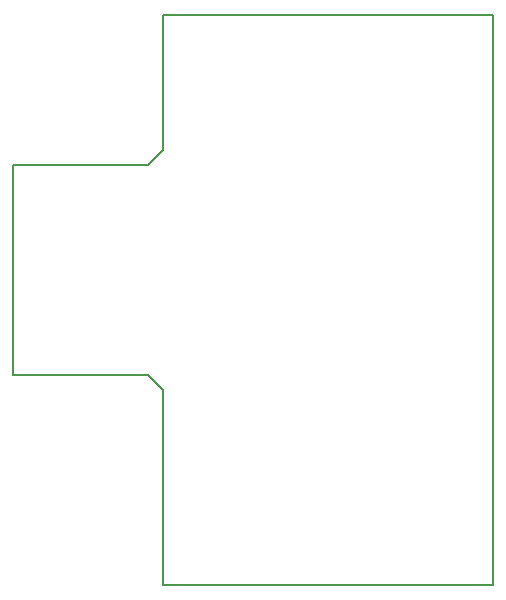
<source format=gbr>
G04 (created by PCBNEW (2013-07-07 BZR 4022)-stable) date 29/09/2013 00:43:05*
%MOIN*%
G04 Gerber Fmt 3.4, Leading zero omitted, Abs format*
%FSLAX34Y34*%
G01*
G70*
G90*
G04 APERTURE LIST*
%ADD10C,0.00590551*%
G04 APERTURE END LIST*
G54D10*
X5000Y6500D02*
X5000Y0D01*
X4500Y7000D02*
X5000Y6500D01*
X0Y7000D02*
X4500Y7000D01*
X5000Y14500D02*
X5000Y19000D01*
X4500Y14000D02*
X5000Y14500D01*
X0Y14000D02*
X4500Y14000D01*
X0Y13000D02*
X0Y14000D01*
X0Y8000D02*
X0Y7000D01*
X0Y8000D02*
X0Y13000D01*
X16000Y0D02*
X5000Y0D01*
X16000Y19000D02*
X16000Y0D01*
X5000Y19000D02*
X16000Y19000D01*
M02*

</source>
